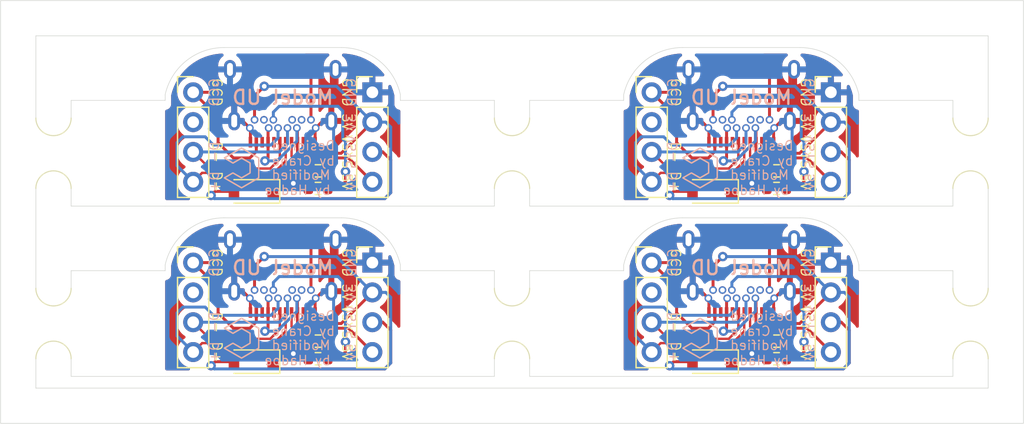
<source format=kicad_pcb>
(kicad_pcb (version 20211014) (generator pcbnew)
  (layers (0 "F.Cu" signal) (31 "B.Cu" signal) (34 "B.Paste" user) (35 "F.Paste" user) (36 "B.SilkS" user "B.Silkscreen") (37 "F.SilkS" user "F.Silkscreen") (38 "B.Mask" user) (39 "F.Mask" user) (44 "Edge.Cuts" user))
  (net 0 "")
  (net 1 "GND")
  (net 2 "3V3")
  (net 3 "VBUS")
  (net 4 "Net-(J1-PadA5)")
  (net 5 "D+")
  (net 6 "D-")
  (net 7 "Net-(J1-PadA8)")
  (net 8 "D3V")
  (net 9 "Net-(J1-PadB5)")
  (net 10 "Net-(J1-PadB8)")
  (net 11 "VSYS")
  (footprint "Model_S:PinHeader_1x04_P2.54mm_Vertical" (layer "F.Cu") (at 57.62 47.06)
    (fp_text reference "J3" hide)
    (fp_text value "Conn_01x04" hide)
  )
  (footprint "Model_S:Shou Han Type-C 24P QCHT" (layer "F.Cu") (at 50 43.25 180)
    (fp_text reference "J1" hide)
    (fp_text value "USB_C_Receptacle")
  )
  (footprint "Model_S:PinHeader_1x04_P2.54mm_Vertical" (layer "F.Cu") (at 42.38 47.06)
    (fp_text reference "J2" hide)
    (fp_text value "Conn_01x04" hide)
  )
  (footprint "Resistor_SMD:R_0603_1608Metric" (layer "F.Cu") (at 53 53.75 180)
    (fp_text reference "R1" hide)
    (fp_text value "5.1k" hide)
  )
  (footprint "Resistor_SMD:R_0603_1608Metric" (layer "F.Cu") (at 53 55.25 180)
    (fp_text reference "RE" hide)
    (fp_text value "5.1k" hide)
  )
  (footprint "Diode_SMD:D_SOD-123" (layer "F.Cu") (at 86.5 55.5 180)
    (fp_text reference "D1" hide)
    (fp_text value "MBR120" hide)
  )
  (footprint "Model_S:PinHeader_1x04_P2.54mm_Vertical" (layer "F.Cu") (at 96.62 61.56)
    (fp_text reference "J3" hide)
    (fp_text value "Conn_01x04" hide)
  )
  (footprint "Panelization:mouse-bite-3mm-slot-1-sided" (layer "F.Cu") (at 108.5 66.75 -90)
    (fp_text reference "mouse-bite-3mm-slot" hide)
    (fp_text value "VAL**" hide)
  )
  (footprint "Model_S:PinHeader_1x04_P2.54mm_Vertical" (layer "F.Cu") (at 81.38 61.56)
    (fp_text reference "J2" hide)
    (fp_text value "Conn_01x04" hide)
  )
  (footprint "MountingHole:MountingHole_3.2mm_M3" (layer "F.Cu") (at 75 52.25)
    (fp_text reference "REF**" hide)
    (fp_text value "MountingHole_3.2mm_M3")
  )
  (footprint "MountingHole:MountingHole_3.2mm_M3" (layer "F.Cu") (at 75 66.75)
    (fp_text reference "REF**" hide)
    (fp_text value "MountingHole_3.2mm_M3")
  )
  (footprint "Model_S:PinHeader_1x04_P2.54mm_Vertical" (layer "F.Cu") (at 42.38 61.56)
    (fp_text reference "J2" hide)
    (fp_text value "Conn_01x04" hide)
  )
  (footprint "Diode_SMD:D_SOD-123" (layer "F.Cu") (at 47.5 70 180)
    (fp_text reference "D1" hide)
    (fp_text value "MBR120" hide)
  )
  (footprint "MountingHole:MountingHole_3.2mm_M3" (layer "F.Cu") (at 103 52.25)
    (fp_text reference "REF**" hide)
    (fp_text value "MountingHole_3.2mm_M3")
  )
  (footprint "Model_S:PinHeader_1x04_P2.54mm_Vertical" (layer "F.Cu") (at 57.62 61.56)
    (fp_text reference "J3" hide)
    (fp_text value "Conn_01x04" hide)
  )
  (footprint "Model_S:Shou Han Type-C 24P QCHT" (layer "F.Cu") (at 50 57.75 180)
    (fp_text reference "J1" hide)
    (fp_text value "USB_C_Receptacle")
  )
  (footprint "MountingHole:MountingHole_3.2mm_M3" (layer "F.Cu") (at 103 66.75)
    (fp_text reference "REF**" hide)
    (fp_text value "MountingHole_3.2mm_M3")
  )
  (footprint "Resistor_SMD:R_0603_1608Metric" (layer "F.Cu") (at 92 55.25 180)
    (fp_text reference "RE" hide)
    (fp_text value "5.1k" hide)
  )
  (footprint "MountingHole:MountingHole_3.2mm_M3" (layer "F.Cu") (at 36 66.75)
    (fp_text reference "REF**" hide)
    (fp_text value "MountingHole_3.2mm_M3")
  )
  (footprint "Resistor_SMD:R_0603_1608Metric" (layer "F.Cu") (at 92 69.75 180)
    (fp_text reference "RE" hide)
    (fp_text value "5.1k" hide)
  )
  (footprint "Resistor_SMD:R_0603_1608Metric" (layer "F.Cu") (at 92 53.75 180)
    (fp_text reference "R1" hide)
    (fp_text value "5.1k" hide)
  )
  (footprint "Model_S:Shou Han Type-C 24P QCHT" (layer "F.Cu") (at 89 57.75 180)
    (fp_text reference "J1" hide)
    (fp_text value "USB_C_Receptacle")
  )
  (footprint "Panelization:mouse-bite-3mm-slot" (layer "F.Cu") (at 69.5 52.25 90)
    (fp_text reference "mouse-bite-3mm-slot" hide)
    (fp_text value "VAL**" hide)
  )
  (footprint "MountingHole:MountingHole_3.2mm_M3" (layer "F.Cu") (at 36 52.25)
    (fp_text reference "REF**" hide)
    (fp_text value "MountingHole_3.2mm_M3")
  )
  (footprint "Model_S:PinHeader_1x04_P2.54mm_Vertical" (layer "F.Cu") (at 96.62 47.06)
    (fp_text reference "J3" hide)
    (fp_text value "Conn_01x04" hide)
  )
  (footprint "Model_S:PinHeader_1x04_P2.54mm_Vertical" (layer "F.Cu") (at 81.38 47.06)
    (fp_text reference "J2" hide)
    (fp_text value "Conn_01x04" hide)
  )
  (footprint "MountingHole:MountingHole_3.2mm_M3" (layer "F.Cu") (at 64 52.25)
    (fp_text reference "REF**" hide)
    (fp_text value "MountingHole_3.2mm_M3")
  )
  (footprint "Panelization:mouse-bite-3mm-slot-1-sided" (layer "F.Cu") (at 108.5 52.25 -90)
    (fp_text reference "mouse-bite-3mm-slot" hide)
    (fp_text value "VAL**" hide)
  )
  (footprint "Resistor_SMD:R_0603_1608Metric" (layer "F.Cu") (at 92 68.25 180)
    (fp_text reference "R1" hide)
    (fp_text value "5.1k" hide)
  )
  (footprint "Resistor_SMD:R_0603_1608Metric" (layer "F.Cu") (at 53 69.75 180)
    (fp_text reference "RE" hide)
    (fp_text value "5.1k" hide)
  )
  (footprint "Panelization:mouse-bite-3mm-slot-1-sided" (layer "F.Cu") (at 30.5 66.75 90)
    (fp_text reference "mouse-bite-3mm-slot" hide)
    (fp_text value "VAL**" hide)
  )
  (footprint "Panelization:mouse-bite-3mm-slot-1-sided" (layer "F.Cu") (at 30.5 52.25 90)
    (fp_text reference "mouse-bite-3mm-slot" hide)
    (fp_text value "VAL**" hide)
  )
  (footprint "Diode_SMD:D_SOD-123" (layer "F.Cu") (at 86.5 70 180)
    (fp_text reference "D1" hide)
    (fp_text value "MBR120" hide)
  )
  (footprint "Resistor_SMD:R_0603_1608Metric" (layer "F.Cu") (at 53 68.25 180)
    (fp_text reference "R1" hide)
    (fp_text value "5.1k" hide)
  )
  (footprint "Diode_SMD:D_SOD-123" (layer "F.Cu") (at 47.5 55.5 180)
    (fp_text reference "D1" hide)
    (fp_text value "MBR120" hide)
  )
  (footprint "Model_S:Shou Han Type-C 24P QCHT" (layer "F.Cu") (at 89 43.25 180)
    (fp_text reference "J1" hide)
    (fp_text value "USB_C_Receptacle")
  )
  (footprint "MountingHole:MountingHole_3.2mm_M3" (layer "F.Cu") (at 64 66.75)
    (fp_text reference "REF**" hide)
    (fp_text value "MountingHole_3.2mm_M3")
  )
  (footprint "Panelization:mouse-bite-3mm-slot" (layer "F.Cu") (at 69.5 66.75 90)
    (fp_text reference "mouse-bite-3mm-slot" hide)
    (fp_text value "VAL**" hide)
  )
  (footprint "HTangl:Crane_C" (layer "B.Cu") (at 85.5 68 180)
    (fp_text reference "G***" hide)
    (fp_text value "LOGO" hide)
  )
  (footprint "HTangl:Crane_C" (layer "B.Cu") (at 46.5 68 180)
    (fp_text reference "G***" hide)
    (fp_text value "LOGO" hide)
  )
  (footprint "HTangl:Crane_C" (layer "B.Cu") (at 46.5 53.5 180)
    (fp_text reference "G***" hide)
    (fp_text value "LOGO" hide)
  )
  (footprint "HTangl:Crane_C" (layer "B.Cu") (at 85.5 53.5 180)
    (fp_text reference "G***" hide)
    (fp_text value "LOGO" hide)
  )
  (gr_line (start 79 47.25) (end 79 47.75) (layer "Edge.Cuts") (width 0.05))
  (gr_line (start 99 71.25) (end 107 71.25) (layer "Edge.Cuts") (width 0.05))
  (gr_line (start 71 47.75) (end 71 49.25) (layer "Edge.Cuts") (width 0.05))
  (gr_arc (start 110 63.75) (mid 108.5 65.25) (end 107 63.75) (layer "Edge.Cuts") (width 0.05))
  (gr_line (start 110 72.25) (end 29 72.25) (layer "Edge.Cuts") (width 0.05))
  (gr_line (start 99 47.25) (end 99 47.75) (layer "Edge.Cuts") (width 0.05))
  (gr_line (start 110 69.75) (end 110 72.25) (layer "Edge.Cuts") (width 0.05))
  (gr_line (start 79 61.75) (end 79 62.25) (layer "Edge.Cuts") (width 0.05))
  (gr_arc (start 107 55.25) (mid 108.5 53.75) (end 110 55.25) (layer "Edge.Cuts") (width 0.05))
  (gr_line (start 71 56.75) (end 79 56.75) (layer "Edge.Cuts") (width 0.05))
  (gr_line (start 32 56.75) (end 32 55.25) (layer "Edge.Cuts") (width 0.05))
  (gr_line (start 107 71.25) (end 107 69.75) (layer "Edge.Cuts") (width 0.05))
  (gr_line (start 68 71.25) (end 60 71.25) (layer "Edge.Cuts") (width 0.05))
  (gr_line (start 99 61.75) (end 99 62.25) (layer "Edge.Cuts") (width 0.05))
  (gr_line (start 84 43.25) (end 94 43.25) (layer "Edge.Cuts") (width 0.05))
  (gr_line (start 68 56.75) (end 68 55.25) (layer "Edge.Cuts") (width 0.05))
  (gr_line (start 71 62.25) (end 71 63.75) (layer "Edge.Cuts") (width 0.05))
  (gr_line (start 71 71.25) (end 71 69.75) (layer "Edge.Cuts") (width 0.05))
  (gr_arc (start 40 47.25) (mid 41.79863 44.373288) (end 45 43.25) (layer "Edge.Cuts") (width 0.05))
  (gr_line (start 71 56.75) (end 71 55.25) (layer "Edge.Cuts") (width 0.05))
  (gr_arc (start 32 63.75) (mid 30.5 65.25) (end 29 63.75) (layer "Edge.Cuts") (width 0.05))
  (gr_rect (start 26 39.25) (end 113 75.25) (layer "Edge.Cuts") (width 0.05) (fill none))
  (gr_arc (start 71 49.25) (mid 69.5 50.75) (end 68 49.25) (layer "Edge.Cuts") (width 0.05))
  (gr_line (start 32 62.25) (end 32 63.75) (layer "Edge.Cuts") (width 0.05))
  (gr_line (start 29 49.25) (end 29 42.25) (layer "Edge.Cuts") (width 0.05))
  (gr_arc (start 40 61.75) (mid 41.79863 58.873288) (end 45 57.75) (layer "Edge.Cuts") (width 0.05))
  (gr_line (start 45 57.75) (end 55 57.75) (layer "Edge.Cuts") (width 0.05))
  (gr_arc (start 55 57.75) (mid 58.201369 58.873288) (end 60 61.75) (layer "Edge.Cuts") (width 0.05))
  (gr_line (start 99 47.75) (end 107 47.75) (layer "Edge.Cuts") (width 0.05))
  (gr_line (start 32 47.75) (end 40 47.75) (layer "Edge.Cuts") (width 0.05))
  (gr_line (start 32 47.75) (end 32 49.25) (layer "Edge.Cuts") (width 0.05))
  (gr_line (start 79 71.25) (end 99 71.25) (layer "Edge.Cuts") (width 0.05))
  (gr_line (start 40 71.25) (end 60 71.25) (layer "Edge.Cuts") (width 0.05))
  (gr_arc (start 79 61.75) (mid 80.79863 58.873288) (end 84 57.75) (layer "Edge.Cuts") (width 0.05))
  (gr_line (start 71 47.75) (end 79 47.75) (layer "Edge.Cuts") (width 0.05))
  (gr_arc (start 68 69.75) (mid 69.5 68.25) (end 71 69.75) (layer "Edge.Cuts") (width 0.05))
  (gr_line (start 71 62.25) (end 79 62.25) (layer "Edge.Cuts") (width 0.05))
  (gr_line (start 60 47.75) (end 68 47.75) (layer "Edge.Cuts") (width 0.05))
  (gr_arc (start 29 55.25) (mid 30.5 53.75) (end 32 55.25) (layer "Edge.Cuts") (width 0.05))
  (gr_line (start 110 42.25) (end 110 49.25) (layer "Edge.Cuts") (width 0.05))
  (gr_line (start 45 43.25) (end 55 43.25) (layer "Edge.Cuts") (width 0.05))
  (gr_line (start 68 56.75) (end 60 56.75) (layer "Edge.Cuts") (width 0.05))
  (gr_line (start 29 72.25) (end 29 69.75) (layer "Edge.Cuts") (width 0.05))
  (gr_arc (start 68 55.25) (mid 69.5 53.75) (end 71 55.25) (layer "Edge.Cuts") (width 0.05))
  (gr_line (start 60 61.75) (end 60 62.25) (layer "Edge.Cuts") (width 0.05))
  (gr_line (start 84 57.75) (end 94 57.75) (layer "Edge.Cuts") (width 0.05))
  (gr_arc (start 71 63.75) (mid 69.5 65.25) (end 68 63.75) (layer "Edge.Cuts") (width 0.05))
  (gr_line (start 40 61.75) (end 40 62.25) (layer "Edge.Cuts") (width 0.05))
  (gr_arc (start 32 49.25) (mid 30.5 50.75) (end 29 49.25) (layer "Edge.Cuts") (width 0.05))
  (gr_line (start 99 56.75) (end 107 56.75) (layer "Edge.Cuts") (width 0.05))
  (gr_line (start 79 56.75) (end 99 56.75) (layer "Edge.Cuts") (width 0.05))
  (gr_line (start 40 47.25) (end 40 47.75) (layer "Edge.Cuts") (width 0.05))
  (gr_line (start 68 47.75) (end 68 49.25) (layer "Edge.Cuts") (width 0.05))
  (gr_line (start 60 62.25) (end 68 62.25) (layer "Edge.Cuts") (width 0.05))
  (gr_line (start 68 71.25) (end 68 69.75) (layer "Edge.Cuts") (width 0.05))
  (gr_line (start 32 71.25) (end 40 71.25) (layer "Edge.Cuts") (width 0.05))
  (gr_line (start 107 56.75) (end 107 55.25) (layer "Edge.Cuts") (width 0.05))
  (gr_line (start 32 56.75) (end 40 56.75) (layer "Edge.Cuts") (width 0.05))
  (gr_line (start 29 42.25) (end 110 42.25) (layer "Edge.Cuts") (width 0.05))
  (gr_line (start 107 47.75) (end 107 49.25) (layer "Edge.Cuts") (width 0.05))
  (gr_line (start 99 62.25) (end 107 62.25) (layer "Edge.Cuts") (width 0.05))
  (gr_line (start 107 62.25) (end 107 63.75) (layer "Edge.Cuts") (width 0.05))
  (gr_line (start 32 62.25) (end 40 62.25) (layer "Edge.Cuts") (width 0.05))
  (gr_line (start 32 71.25) (end 32 69.75) (layer "Edge.Cuts") (width 0.05))
  (gr_arc (start 107 69.75) (mid 108.5 68.25) (end 110 69.75) (layer "Edge.Cuts") (width 0.05))
  (gr_arc (start 94 57.75) (mid 97.201369 58.873288) (end 99 61.75) (layer "Edge.Cuts") (width 0.05))
  (gr_arc (start 55 43.25) (mid 58.201369 44.373288) (end 60 47.25) (layer "Edge.Cuts") (width 0.05))
  (gr_line (start 40 56.75) (end 60 56.75) (layer "Edge.Cuts") (width 0.05))
  (gr_line (start 29 63.75) (end 29 55.25) (layer "Edge.Cuts") (width 0.05))
  (gr_line (start 110 55.25) (end 110 63.75) (layer "Edge.Cuts") (width 0.05))
  (gr_arc (start 94 43.25) (mid 97.201369 44.373288) (end 99 47.25) (layer "Edge.Cuts") (width 0.05))
  (gr_arc (start 79 47.25) (mid 80.79863 44.373288) (end 84 43.25) (layer "Edge.Cuts") (width 0.05))
  (gr_line (start 68 62.25) (end 68 63.75) (layer "Edge.Cuts") (width 0.05))
  (gr_line (start 71 71.25) (end 79 71.25) (layer "Edge.Cuts") (width 0.05))
  (gr_arc (start 29 69.75) (mid 30.5 68.25) (end 32 69.75) (layer "Edge.Cuts") (width 0.05))
  (gr_arc (start 110 49.25) (mid 108.5 50.75) (end 107 49.25) (layer "Edge.Cuts") (width 0.05))
  (gr_line (start 60 47.25) (end 60 47.75) (layer "Edge.Cuts") (width 0.05))
  (gr_text "D-" (at 83.158 66.64 90) (layer "B.SilkS") (effects (font (size 0.8 0.8) (thickness 0.1)) (justify mirror)))
  (gr_text "Model UD" (at 50 47.5) (layer "B.SilkS") (effects (font (size 1.2 1.2) (thickness 0.2)) (justify mirror)))
  (gr_text "D+" (at 83.158 69.18 -270) (layer "B.SilkS") (effects (font (size 0.8 0.8) (thickness 0.1)) (justify mirror)))
  (gr_text "D-" (at 44.158 52.14 90) (layer "B.SilkS") (effects (font (size 0.8 0.8) (thickness 0.1)) (justify mirror)))
  (gr_text "GCD\n" (at 83.158 47.06 90) (layer "B.SilkS") (effects (font (size 0.8 0.8) (thickness 0.1)) (justify mirror)))
  (gr_text "Designed\nby Crane" (at 90.75 52.25) (layer "B.SilkS") (effects (font (size 0.8 0.8) (thickness 0.1)) (justify mirror)))
  (gr_text "Modified \nby Hadoe" (at 90.25 54.75) (layer "B.SilkS") (effects (font (size 0.8 0.8) (thickness 0.1)) (justify mirror)))
  (gr_text "Modified \nby Hadoe" (at 90.25 69.25) (layer "B.SilkS") (effects (font (size 0.8 0.8) (thickness 0.1)) (justify mirror)))
  (gr_text "3V" (at 55.842 64.1 90) (layer "B.SilkS") (effects (font (size 0.8 0.8) (thickness 0.1)) (justify mirror)))
  (gr_text "D+" (at 83.158 54.68 -270) (layer "B.SilkS") (effects (font (size 0.8 0.8) (thickness 0.1)) (justify mirror)))
  (gr_text "3V" (at 55.842 49.6 90) (layer "B.SilkS") (effects (font (size 0.8 0.8) (thickness 0.1)) (justify mirror)))
  (gr_text "GCD\n" (at 44.158 47.06 90) (layer "B.SilkS") (effects (font (size 0.8 0.8) (thickness 0.1)) (justify mirror)))
  (gr_text "D+" (at 44.158 69.18 -270) (layer "B.SilkS") (effects (font (size 0.8 0.8) (thickness 0.1)) (justify mirror)))
  (gr_text "GCD\n" (at 83.158 61.56 90) (layer "B.SilkS") (effects (font (size 0.8 0.8) (thickness 0.1)) (justify mirror)))
  (gr_text "3V" (at 94.842 64.1 90) (layer "B.SilkS") (effects (font (size 0.8 0.8) (thickness 0.1)) (justify mirror)))
  (gr_text "Model UD" (at 50 62) (layer "B.SilkS") (effects (font (size 1.2 1.2) (thickness 0.2)) (justify mirror)))
  (gr_text "5V\n" (at 94.842 69.18 90) (layer "B.SilkS") (effects (font (size 0.8 0.8) (thickness 0.1)) (justify mirror)))
  (gr_text "GND" (at 55.842 47.06 90) (layer "B.SilkS") (effects (font (size 0.8 0.8) (thickness 0.1)) (justify mirror)))
  (gr_text "D-" (at 44.158 66.64 90) (layer "B.SilkS") (effects (font (size 0.8 0.8) (thickness 0.1)) (justify mirror)))
  (gr_text "Designed\nby Crane" (at 51.75 66.75) (layer "B.SilkS") (effects (font (size 0.8 0.8) (thickness 0.1)) (justify mirror)))
  (gr_text "GCD\n" (at 44.158 61.56 90) (layer "B.SilkS") (effects (font (size 0.8 0.8) (thickness 0.1)) (justify mirror)))
  (gr_text "D-" (at 83.158 52.14 90) (layer "B.SilkS") (effects (font (size 0.8 0.8) (thickness 0.1)) (justify mirror)))
  (gr_text "Model UD" (at 89 47.5) (layer "B.SilkS") (effects (font (size 1.2 1.2) (thickness 0.2)) (justify mirror)))
  (gr_text "VSYS\n" (at 55.842 66.64 90) (layer "B.SilkS") (effects (font (size 0.8 0.8) (thickness 0.1)) (justify mirror)))
  (gr_text "VSYS\n" (at 55.842 52.14 90) (layer "B.SilkS") (effects (font (size 0.8 0.8) (thickness 0.1)) (justify mirror)))
  (gr_text "5V\n" (at 55.842 69.18 90) (layer "B.SilkS") (effects (font (size 0.8 0.8) (thickness 0.1)) (justify mirror)))
  (gr_text "3V" (at 94.842 49.6 90) (layer "B.SilkS") (effects (font (size 0.8 0.8) (thickness 0.1)) (justify mirror)))
  (gr_text "Modified \nby Hadoe" (at 51.25 69.25) (layer "B.SilkS") (effects (font (size 0.8 0.8) (thickness 0.1)) (justify mirror)))
  (gr_text "Model UD" (at 89 62) (layer "B.SilkS") (effects (font (size 1.2 1.2) (thickness 0.2)) (justify mirror)))
  (gr_text "VSYS\n" (at 94.842 52.14 90) (layer "B.SilkS") (effects (font (size 0.8 0.8) (thickness 0.1)) (justify mirror)))
  (gr_text "GND" (at 94.842 47.06 90) (layer "B.SilkS") (effects (font (size 0.8 0.8) (thickness 0.1)) (justify mirror)))
  (gr_text "VSYS\n" (at 94.842 66.64 90) (layer "B.SilkS") (effects (font (size 0.8 0.8) (thickness 0.1)) (justify mirror)))
  (gr_text "5V\n" (at 94.842 54.68 90) (layer "B.SilkS") (effects (font (size 0.8 0.8) (thickness 0.1)) (justify mirror)))
  (gr_text "D+" (at 44.158 54.68 -270) (layer "B.SilkS") (effects (font (size 0.8 0.8) (thickness 0.1)) (justify mirror)))
  (gr_text "GND" (at 55.842 61.56 90) (layer "B.SilkS") (effects (font (size 0.8 0.8) (thickness 0.1)) (justify mirror)))
  (gr_text "5V\n" (at 55.842 54.68 90) (layer "B.SilkS") (effects (font (size 0.8 0.8) (thickness 0.1)) (justify mirror)))
  (gr_text "Designed\nby Crane" (at 51.75 52.25) (layer "B.SilkS") (effects (font (size 0.8 0.8) (thickness 0.1)) (justify mirror)))
  (gr_text "Modified \nby Hadoe" (at 51.25 54.75) (layer "B.SilkS") (effects (font (size 0.8 0.8) (thickness 0.1)) (justify mirror)))
  (gr_text "Designed\nby Crane" (at 90.75 66.75) (layer "B.SilkS") (effects (font (size 0.8 0.8) (thickness 0.1)) (justify mirror)))
  (gr_text "GND" (at 94.842 61.56 90) (layer "B.SilkS") (effects (font (size 0.8 0.8) (thickness 0.1)) (justify mirror)))
  (gr_text "VSYS\n" (at 55.461 52.14 -90) (layer "F.SilkS") (effects (font (size 0.8 0.8) (thickness 0.1))))
  (gr_text "D+" (at 44.412 54.68 270) (layer "F.SilkS") (effects (font (size 0.8 0.8) (thickness 0.1))))
  (gr_text "GND" (at 55.461 47.06 -90) (layer "F.SilkS") (effects (font (size 0.8 0.8) (thickness 0.1))))
  (gr_text "GCD" (at 44.412 47.06 270) (layer "F.SilkS") (effects (font (size 0.8 0.8) (thickness 0.1))))
  (gr_text "5V\n" (at 55.461 54.68 -90) (layer "F.SilkS") (effects (font (size 0.8 0.8) (thickness 0.1))))
  (gr_text "D-" (at 44.412 52.17 270) (layer "F.SilkS") (effects (font (size 0.8 0.8) (thickness 0.1))))
  (gr_text "3V" (at 55.461 49.6 -90) (layer "F.SilkS") (effects (font (size 0.8 0.8) (thickness 0.1))))
  (gr_text "VSYS\n" (at 55.461 66.64 -90) (layer "F.SilkS") (effects (font (size 0.8 0.8) (thickness 0.1))))
  (gr_text "D-" (at 83.412 52.17 270) (layer "F.SilkS") (effects (font (size 0.8 0.8) (thickness 0.1))))
  (gr_text "VSYS\n" (at 94.461 52.14 -90) (layer "F.SilkS") (effects (font (size 0.8 0.8) (thickness 0.1))))
  (gr_text "VSYS\n" (at 94.461 66.64 -90) (layer "F.SilkS") (effects (font (size 0.8 0.8) (thickness 0.1))))
  (gr_text "5V\n" (at 55.461 69.18 -90) (layer "F.SilkS") (effects (font (size 0.8 0.8) (thickness 0.1))))
  (gr_text "GCD" (at 83.412 47.06 270) (layer "F.SilkS") (effects (font (size 0.8 0.8) (thickness 0.1))))
  (gr_text "5V\n" (at 94.461 54.68 -90) (layer "F.SilkS") (effects (font (size 0.8 0.8) (thickness 0.1))))
  (gr_text "3V" (at 94.461 49.6 -90) (layer "F.SilkS") (effects (font (size 0.8 0.8) (thickness 0.1))))
  (gr_text "GCD" (at 83.412 61.56 270) (layer "F.SilkS") (effects (font (size 0.8 0.8) (thickness 0.1))))
  (gr_text "GCD" (at 44.412 61.56 270) (layer "F.SilkS") (effects (font (size 0.8 0.8) (thickness 0.1))))
  (gr_text "3V" (at 94.461 64.1 -90) (layer "F.SilkS") (effects (font (size 0.8 0.8) (thickness 0.1))))
  (gr_text "GND" (at 94.461 47.06 -90) (layer "F.SilkS") (effects (font (size 0.8 0.8) (thickness 0.1))))
  (gr_text "GND" (at 55.461 61.56 -90) (layer "F.SilkS") (effects (font (size 0.8 0.8) (thickness 0.1))))
  (gr_text "D+" (at 44.412 69.18 270) (layer "F.SilkS") (effects (font (size 0.8 0.8) (thickness 0.1))))
  (gr_text "GND" (at 94.461 61.56 -90) (layer "F.SilkS") (effects (font (size 0.8 0.8) (thickness 0.1))))
  (gr_text "D+" (at 83.412 69.18 270) (layer "F.SilkS") (effects (font (size 0.8 0.8) (thickness 0.1))))
  (gr_text "5V\n" (at 94.461 69.18 -90) (layer "F.SilkS") (effects (font (size 0.8 0.8) (thickness 0.1))))
  (gr_text "D-" (at 83.412 66.67 270) (layer "F.SilkS") (effects (font (size 0.8 0.8) (thickness 0.1))))
  (gr_text "3V" (at 55.461 64.1 -90) (layer "F.SilkS") (effects (font (size 0.8 0.8) (thickness 0.1))))
  (gr_text "D-" (at 44.412 66.67 270) (layer "F.SilkS") (effects (font (size 0.8 0.8) (thickness 0.1))))
  (gr_text "D+" (at 83.412 54.68 270) (layer "F.SilkS") (effects (font (size 0.8 0.8) (thickness 0.1))))
  (segment (start 91.75 51.31) (end 91.75 50.15) (width 0.25) (layer "F.Cu") (net 1))
  (segment (start 93.13 45.47) (end 93.49 45.11) (width 0.25) (layer "F.Cu") (net 1))
  (segment (start 54.13 64) (end 54.13 59.97) (width 0.25) (layer "F.Cu") (net 1))
  (segment (start 54.13 49.5) (end 53.4 49.5) (width 0.25) (layer "F.Cu") (net 1))
  (segment (start 93.13 49.5) (end 92.4 49.5) (width 0.25) (layer "F.Cu") (net 1))
  (segment (start 54.13 45.47) (end 54.49 45.11) (width 0.25) (layer "F.Cu") (net 1))
  (segment (start 46.6 64) (end 47.2 64.6) (width 0.25) (layer "F.Cu") (net 1))
  (segment (start 51.336 69.75) (end 50.9 69.314) (width 0.25) (layer "F.Cu") (net 1))
  (segment (start 91.75 50.15) (end 91.8 50.1) (width 0.25) (layer "F.Cu") (net 1))
  (segment (start 91.75 64.65) (end 91.8 64.6) (width 0.25) (layer "F.Cu") (net 1))
  (segment (start 54.13 49.5) (end 54.13 45.47) (width 0.25) (layer "F.Cu") (net 1))
  (segment (start 51.336 55.25) (end 50.9 54.814) (width 0.25) (layer "F.Cu") (net 1))
  (segment (start 46.6 49.5) (end 47.2 50.1) (width 0.25) (layer "F.Cu") (net 1))
  (segment (start 47.25 64.65) (end 47.2 64.6) (width 0.25) (layer "F.Cu") (net 1))
  (segment (start 92.4 49.5) (end 91.8 50.1) (width 0.25) (layer "F.Cu") (net 1))
  (segment (start 93.13 64) (end 93.13 59.97) (width 0.25) (layer "F.Cu") (net 1))
  (segment (start 52.175 69.75) (end 51.336 69.75) (width 0.25) (layer "F.Cu") (net 1))
  (segment (start 52.175 55.25) (end 51.336 55.25) (width 0.25) (layer "F.Cu") (net 1))
  (segment (start 93.13 64) (end 92.4 64) (width 0.25) (layer "F.Cu") (net 1))
  (segment (start 52.325 55.25) (end 53.825 53.75) (width 0.25) (layer "F.Cu") (net 1))
  (segment (start 84.87 64) (end 85.6 64) (width 0.25) (layer "F.Cu") (net 1))
  (segment (start 53.4 64) (end 52.8 64.6) (width 0.25) (layer "F.Cu") (net 1))
  (segment (start 90.336 69.75) (end 89.9 69.314) (width 0.25) (layer "F.Cu") (net 1))
  (segment (start 92.4 64) (end 91.8 64.6) (width 0.25) (layer "F.Cu") (net 1))
  (segment (start 52.175 55.25) (end 52.325 55.25) (width 0.25) (layer "F.Cu") (net 1))
  (segment (start 47.25 51.31) (end 47.25 50.15) (width 0.25) (layer "F.Cu") (net 1))
  (segment (start 47.25 50.15) (end 47.2 50.1) (width 0.25) (layer "F.Cu") (net 1))
  (segment (start 54.13 64) (end 53.4 64) (width 0.25) (layer "F.Cu") (net 1))
  (segment (start 93.13 59.97) (end 93.49 59.61) (width 0.25) (layer "F.Cu") (net 1))
  (segment (start 86.25 51.31) (end 86.25 50.15) (width 0.25) (layer "F.Cu") (net 1))
  (segment (start 53.4 49.5) (end 52.8 50.1) (width 0.25) (layer "F.Cu") (net 1))
  (segment (start 52.75 50.15) (end 52.8 50.1) (width 0.25) (layer "F.Cu") (net 1))
  (segment (start 45.87 64) (end 46.6 64) (width 0.25) (layer "F.Cu") (net 1))
  (segment (start 93.13 49.5) (end 93.13 45.47) (width 0.25) (layer "F.Cu") (net 1))
  (segment (start 85.6 64) (end 86.2 64.6) (width 0.25) (layer "F.Cu") (net 1))
  (segment (start 86.25 64.65) (end 86.2 64.6) (width 0.25) (layer "F.Cu") (net 1))
  (segment (start 52.75 51.31) (end 52.75 50.15) (width 0.25) (layer "F.Cu") (net 1))
  (segment (start 52.325 69.75) (end 53.825 68.25) (width 0.25) (layer "F.Cu") (net 1))
  (segment (start 91.175 55.25) (end 91.325 55.25) (width 0.25) (layer "F.Cu") (net 1))
  (segment (start 90.336 55.25) (end 89.9 54.814) (width 0.25) (layer "F.Cu") (net 1))
  (segment (start 91.325 69.75) (end 92.825 68.25) (width 0.25) (layer "F.Cu") (net 1))
  (segment (start 91.175 69.75) (end 90.336 69.75) (width 0.25) (layer "F.Cu") (net 1))
  (segment (start 52.175 69.75) (end 52.325 69.75) (width 0.25) (layer "F.Cu") (net 1))
  (segment (start 91.325 55.25) (end 92.825 53.75) (width 0.25) (layer "F.Cu") (net 1))
  (segment (start 45.87 49.5) (end 46.6 49.5) (width 0.25) (layer "F.Cu") (net 1))
  (segment (start 86.25 65.81) (end 86.25 64.65) (width 0.25) (layer "F.Cu") (net 1))
  (segment (start 91.175 69.75) (end 91.325 69.75) (width 0.25) (layer "F.Cu") (net 1))
  (segment (start 85.6 49.5) (end 86.2 50.1) (width 0.25) (layer "F.Cu") (net 1))
  (segment (start 91.175 55.25) (end 90.336 55.25) (width 0.25) (layer "F.Cu") (net 1))
  (segment (start 52.75 64.65) (end 52.8 64.6) (width 0.25) (layer "F.Cu") (net 1))
  (segment (start 54.13 59.97) (end 54.49 59.61) (width 0.25) (layer "F.Cu") (net 1))
  (segment (start 47.25 65.81) (end 47.25 64.65) (width 0.25) (layer "F.Cu") (net 1))
  (segment (start 84.87 49.5) (end 85.6 49.5) (width 0.25) (layer "F.Cu") (net 1))
  (segment (start 91.75 65.81) (end 91.75 64.65) (width 0.25) (layer "F.Cu") (net 1))
  (segment (start 52.75 65.81) (end 52.75 64.65) (width 0.25) (layer "F.Cu") (net 1))
  (segment (start 86.25 50.15) (end 86.2 50.1) (width 0.25) (layer "F.Cu") (net 1))
  (via (at 89.9 54.814) (size 0.8) (drill 0.4) (layers "F.Cu" "B.Cu") (net 1))
  (via (at 50.9 69.314) (size 0.8) (drill 0.4) (layers "F.Cu" "B.Cu") (net 1))
  (via (at 89.9 69.314) (size 0.8) (drill 0.4) (layers "F.Cu" "B.Cu") (net 1))
  (via (at 50.9 54.814) (size 0.8) (drill 0.4) (layers "F.Cu" "B.Cu") (net 1))
  (segment (start 84.87 46.82) (end 84.87 49.5) (width 0.25) (layer "B.Cu") (net 1))
  (segment (start 54.324521 64.194521) (end 54.13 64) (width 0.25) (layer "B.Cu") (net 1))
  (segment (start 54.324521 53.149479) (end 54.324521 49.694521) (width 0.25) (layer "B.Cu") (net 1))
  (segment (start 89.9 69.314) (end 91.66 69.314) (width 0.25) (layer "B.Cu") (net 1))
  (segment (start 84.51 46.46) (end 84.87 46.82) (width 0.25) (layer "B.Cu") (net 1))
  (segment (start 93.324521 53.149479) (end 93.324521 49.694521) (width 0.25) (layer "B.Cu") (net 1))
  (segment (start 54.324521 49.694521) (end 54.13 49.5) (width 0.25) (layer "B.Cu") (net 1))
  (segment (start 84.87 61.32) (end 84.87 64) (width 0.25) (layer "B.Cu") (net 1))
  (segment (start 84.51 45.11) (end 84.51 46.46) (width 0.25) (layer "B.Cu") (net 1))
  (segment (start 45.87 61.32) (end 45.87 64) (width 0.25) (layer "B.Cu") (net 1))
  (segment (start 93.324521 64.194521) (end 93.13 64) (width 0.25) (layer "B.Cu") (net 1))
  (segment (start 45.51 59.61) (end 45.51 60.96) (width 0.25) (layer "B.Cu") (net 1))
  (segment (start 89.9 54.814) (end 91.66 54.814) (width 0.25) (layer "B.Cu") (net 1))
  (segment (start 50.9 69.314) (end 52.66 69.314) (width 0.25) (layer "B.Cu") (net 1))
  (segment (start 45.51 46.46) (end 45.87 46.82) (width 0.25) (layer "B.Cu") (net 1))
  (segment (start 45.87 46.82) (end 45.87 49.5) (width 0.25) (layer "B.Cu") (net 1))
  (segment (start 50.9 54.814) (end 52.66 54.814) (width 0.25) (layer "B.Cu") (net 1))
  (segment (start 52.66 54.814) (end 54.324521 53.149479) (width 0.25) (layer "B.Cu") (net 1))
  (segment (start 93.324521 67.649479) (end 93.324521 64.194521) (width 0.25) (layer "B.Cu") (net 1))
  (segment (start 91.66 54.814) (end 93.324521 53.149479) (width 0.25) (layer "B.Cu") (net 1))
  (segment (start 84.51 60.96) (end 84.87 61.32) (width 0.25) (layer "B.Cu") (net 1))
  (segment (start 45.51 45.11) (end 45.51 46.46) (width 0.25) (layer "B.Cu") (net 1))
  (segment (start 84.51 59.61) (end 84.51 60.96) (width 0.25) (layer "B.Cu") (net 1))
  (segment (start 54.324521 67.649479) (end 54.324521 64.194521) (width 0.25) (layer "B.Cu") (net 1))
  (segment (start 91.66 69.314) (end 93.324521 67.649479) (width 0.25) (layer "B.Cu") (net 1))
  (segment (start 45.51 60.96) (end 45.87 61.32) (width 0.25) (layer "B.Cu") (net 1))
  (segment (start 52.66 69.314) (end 54.324521 67.649479) (width 0.25) (layer "B.Cu") (net 1))
  (segment (start 93.324521 49.694521) (end 93.13 49.5) (width 0.25) (layer "B.Cu") (net 1))
  (segment (start 57.62 49.6) (end 54.97 52.25) (width 0.25) (layer "F.Cu") (net 2))
  (segment (start 96.62 64.1) (end 93.97 66.75) (width 0.25) (layer "F.Cu") (net 2))
  (segment (start 91.25 52) (end 91.25 51.31) (width 0.25) (layer "F.Cu") (net 2))
  (segment (start 44.246 70) (end 43.904 70.342) (width 0.25) (layer "F.Cu") (net 2))
  (segment (start 52.25 66.5) (end 52.25 65.81) (width 0.25) (layer "F.Cu") (net 2))
  (segment (start 96.62 49.6) (end 93.97 52.25) (width 0.25) (layer "F.Cu") (net 2))
  (segment (start 91.25 66.5) (end 91.25 65.81) (width 0.25) (layer "F.Cu") (net 2))
  (segment (start 47.6 63.9) (end 47.6 61.875782) (width 0.25) (layer "F.Cu") (net 2))
  (segment (start 44.246 55.5) (end 43.904 55.842) (width 0.25) (layer "F.Cu") (net 2))
  (segment (start 54.97 52.25) (end 52.5 52.25) (width 0.25) (layer "F.Cu") (net 2))
  (segment (start 86.6 63.9) (end 86.6 61.875782) (width 0.25) (layer "F.Cu") (net 2))
  (segment (start 45.85 55.5) (end 44.246 55.5) (width 0.25) (layer "F.Cu") (net 2))
  (segment (start 47.6 61.875782) (end 48.425782 61.05) (width 0.25) (layer "F.Cu") (net 2))
  (segment (start 83.246 55.5) (end 82.904 55.842) (width 0.25) (layer "F.Cu") (net 2))
  (segment (start 86.6 61.875782) (end 87.425782 61.05) (width 0.25) (layer "F.Cu") (net 2))
  (segment (start 52.25 52) (end 52.25 51.31) (width 0.25) (layer "F.Cu") (net 2))
  (segment (start 84.85 70) (end 83.246 70) (width 0.25) (layer "F.Cu") (net 2))
  (segment (start 45.85 70) (end 44.246 70) (width 0.25) (layer "F.Cu") (net 2))
  (segment (start 91.5 66.75) (end 91.25 66.5) (width 0.25) (layer "F.Cu") (net 2))
  (segment (start 93.97 66.75) (end 91.5 66.75) (width 0.25) (layer "F.Cu") (net 2))
  (segment (start 52.5 66.75) (end 52.25 66.5) (width 0.25) (layer "F.Cu") (net 2))
  (segment (start 84.85 55.5) (end 83.246 55.5) (width 0.25) (layer "F.Cu") (net 2))
  (segment (start 47.6 49.4) (end 47.6 47.375782) (width 0.25) (layer "F.Cu") (net 2))
  (segment (start 57.62 64.1) (end 54.97 66.75) (width 0.25) (layer "F.Cu") (net 2))
  (segment (start 93.97 52.25) (end 91.5 52.25) (width 0.25) (layer "F.Cu") (net 2))
  (segment (start 86.6 47.375782) (end 87.425782 46.55) (width 0.25) (layer "F.Cu") (net 2))
  (segment (start 83.246 70) (end 82.904 70.342) (width 0.25) (layer "F.Cu") (net 2))
  (segment (start 52.5 52.25) (end 52.25 52) (width 0.25) (layer "F.Cu") (net 2))
  (segment (start 86.6 49.4) (end 86.6 47.375782) (width 0.25) (layer "F.Cu") (net 2))
  (segment (start 47.6 47.375782) (end 48.425782 46.55) (width 0.25) (layer "F.Cu") (net 2))
  (segment (start 91.5 52.25) (end 91.25 52) (width 0.25) (layer "F.Cu") (net 2))
  (segment (start 54.97 66.75) (end 52.5 66.75) (width 0.25) (layer "F.Cu") (net 2))
  (via (at 43.904 70.342) (size 0.8) (drill 0.4) (layers "F.Cu" "B.Cu") (net 2))
  (via (at 48.425782 46.55) (size 0.8) (drill 0.4) (layers "F.Cu" "B.Cu") (net 2))
  (via (at 82.904 70.342) (size 0.8) (drill 0.4) (layers "F.Cu" "B.Cu") (net 2))
  (via (at 82.904 55.842) (size 0.8) (drill 0.4) (layers "F.Cu" "B.Cu") (net 2))
  (via (at 87.425782 46.55) (size 0.8) (drill 0.4) (layers "F.Cu" "B.Cu") (net 2))
  (via (at 48.425782 61.05) (size 0.8) (drill 0.4) (layers "F.Cu" "B.Cu") (net 2))
  (via (at 43.904 55.842) (size 0.8) (drill 0.4) (layers "F.Cu" "B.Cu") (net 2))
  (via (at 87.425782 61.05) (size 0.8) (drill 0.4) (layers "F.Cu" "B.Cu") (net 2))
  (segment (start 54.57 46.55) (end 48.425782 46.55) (width 0.25) (layer "B.Cu") (net 2))
  (segment (start 44.177 56.115) (end 58.674 56.115) (width 0.25) (layer "B.Cu") (net 2))
  (segment (start 93.57 61.05) (end 87.425782 61.05) (width 0.25) (layer "B.Cu") (net 2))
  (segment (start 97.674 56.115) (end 98.182 55.607) (width 0.25) (layer "B.Cu") (net 2))
  (segment (start 43.904 70.342) (end 44.177 70.615) (width 0.25) (layer "B.Cu") (net 2))
  (segment (start 54.57 61.05) (end 48.425782 61.05) (width 0.25) (layer "B.Cu") (net 2))
  (segment (start 82.904 55.842) (end 83.177 56.115) (width 0.25) (layer "B.Cu") (net 2))
  (segment (start 57.62 49.6) (end 54.57 46.55) (width 0.25) (layer "B.Cu") (net 2))
  (segment (start 58.763 64.1) (end 57.62 64.1) (width 0.25) (layer "B.Cu") (net 2))
  (segment (start 58.763 49.6) (end 57.62 49.6) (width 0.25) (layer "B.Cu") (net 2))
  (segment (start 98.182 64.519) (end 97.763 64.1) (width 0.25) (layer "B.Cu") (net 2))
  (segment (start 98.182 55.607) (end 98.182 50.019) (width 0.25) (layer "B.Cu") (net 2))
  (segment (start 83.177 70.615) (end 97.674 70.615) (width 0.25) (layer "B.Cu") (net 2))
  (segment (start 93.57 46.55) (end 87.425782 46.55) (width 0.25) (layer "B.Cu") (net 2))
  (segment (start 97.763 49.6) (end 96.62 49.6) (width 0.25) (layer "B.Cu") (net 2))
  (segment (start 97.763 64.1) (end 96.62 64.1) (width 0.25) (layer "B.Cu") (net 2))
  (segment (start 59.182 50.019) (end 58.763 49.6) (width 0.25) (layer "B.Cu") (net 2))
  (segment (start 43.904 55.842) (end 44.177 56.115) (width 0.25) (layer "B.Cu") (net 2))
  (segment (start 98.182 70.107) (end 98.182 64.519) (width 0.25) (layer "B.Cu") (net 2))
  (segment (start 98.182 50.019) (end 97.763 49.6) (width 0.25) (layer "B.Cu") (net 2))
  (segment (start 59.182 70.107) (end 59.182 64.519) (width 0.25) (layer "B.Cu") (net 2))
  (segment (start 96.62 49.6) (end 93.57 46.55) (width 0.25) (layer "B.Cu") (net 2))
  (segment (start 83.177 56.115) (end 97.674 56.115) (width 0.25) (layer "B.Cu") (net 2))
  (segment (start 59.182 64.519) (end 58.763 64.1) (width 0.25) (layer "B.Cu") (net 2))
  (segment (start 97.674 70.615) (end 98.182 70.107) (width 0.25) (layer "B.Cu") (net 2))
  (segment (start 58.674 56.115) (end 59.182 55.607) (width 0.25) (layer "B.Cu") (net 2))
  (segment (start 59.182 55.607) (end 59.182 50.019) (width 0.25) (layer "B.Cu") (net 2))
  (segment (start 96.62 64.1) (end 93.57 61.05) (width 0.25) (layer "B.Cu") (net 2))
  (segment (start 82.904 70.342) (end 83.177 70.615) (width 0.25) (layer "B.Cu") (net 2))
  (segment (start 57.62 64.1) (end 54.57 61.05) (width 0.25) (layer "B.Cu") (net 2))
  (segment (start 58.674 70.615) (end 59.182 70.107) (width 0.25) (layer "B.Cu") (net 2))
  (segment (start 44.177 70.615) (end 58.674 70.615) (width 0.25) (layer "B.Cu") (net 2))
  (segment (start 48.75 65.81) (end 48.75 67.134) (width 0.25) (layer "F.Cu") (net 3))
  (segment (start 48.75 52.634) (end 48.482 52.902) (width 0.25) (layer "F.Cu") (net 3))
  (segment (start 90.25 64.65) (end 90.2 64.6) (width 0.25) (layer "F.Cu") (net 3))
  (segment (start 87.75 51.31) (end 87.75 50.15) (width 0.25) (layer "F.Cu") (net 3))
  (segment (start 48.75 51.31) (end 48.75 52.634) (width 0.25) (layer "F.Cu") (net 3))
  (segment (start 87.75 65.81) (end 87.75 67.134) (width 0.25) (layer "F.Cu") (net 3))
  (segment (start 90.52552 52.64952) (end 94.58952 52.64952) (width 0.25) (layer "F.Cu") (net 3))
  (segment (start 90.25 51.31) (end 90.25 50.15) (width 0.25) (layer "F.Cu") (net 3))
  (segment (start 87.75 50.15) (end 87.8 50.1) (width 0.25) (layer "F.Cu") (net 3))
  (segment (start 55.58952 52.64952) (end 57.62 54.68) (width 0.25) (layer "F.Cu") (net 3))
  (segment (start 87.75 64.65) (end 87.8 64.6) (width 0.25) (layer "F.Cu") (net 3))
  (segment (start 90.25 65.81) (end 90.25 66.874) (width 0.25) (layer "F.Cu") (net 3))
  (segment (start 48.75 50.15) (end 48.8 50.1) (width 0.25) (layer "F.Cu") (net 3))
  (segment (start 94.58952 52.64952) (end 96.62 54.68) (width 0.25) (layer "F.Cu") (net 3))
  (segment (start 90.25 51.31) (end 90.25 52.374) (width 0.25) (layer "F.Cu") (net 3))
  (segment (start 51.25 64.65) (end 51.2 64.6) (width 0.25) (layer "F.Cu") (net 3))
  (segment (start 51.25 51.31) (end 51.25 50.15) (width 0.25) (layer "F.Cu") (net 3))
  (segment (start 51.52552 67.14952) (end 55.58952 67.14952) (width 0.25) (layer "F.Cu") (net 3))
  (segment (start 48.75 51.31) (end 48.75 50.15) (width 0.25) (layer "F.Cu") (net 3))
  (segment (start 51.25 50.15) (end 51.2 50.1) (width 0.25) (layer "F.Cu") (net 3))
  (segment (start 51.52552 52.64952) (end 55.58952 52.64952) (width 0.25) (layer "F.Cu") (net 3))
  (segment (start 87.75 51.31) (end 87.75 52.634) (width 0.25) (layer "F.Cu") (net 3))
  (segment (start 90.25 66.874) (end 90.52552 67.14952) (width 0.25) (layer "F.Cu") (net 3))
  (segment (start 90.25 65.81) (end 90.25 64.65) (width 0.25) (layer "F.Cu") (net 3))
  (segment (start 51.25 52.374) (end 51.52552 52.64952) (width 0.25) (layer "F.Cu") (net 3))
  (segment (start 87.75 67.134) (end 87.482 67.402) (width 0.25) (layer "F.Cu") (net 3))
  (segment (start 55.58952 67.14952) (end 57.62 69.18) (width 0.25) (layer "F.Cu") (net 3))
  (segment (start 90.25 52.374) (end 90.52552 52.64952) (width 0.25) (layer "F.Cu") (net 3))
  (segment (start 87.75 65.81) (end 87.75 64.65) (width 0.25) (layer "F.Cu") (net 3))
  (segment (start 51.25 65.81) (end 51.25 66.874) (width 0.25) (layer "F.Cu") (net 3))
  (segment (start 90.25 50.15) (end 90.2 50.1) (width 0.25) (layer "F.Cu") (net 3))
  (segment (start 48.75 65.81) (end 48.75 64.65) (width 0.25) (layer "F.Cu") (net 3))
  (segment (start 48.75 64.65) (end 48.8 64.6) (width 0.25) (layer "F.Cu") (net 3))
  (segment (start 51.25 51.31) (end 51.25 52.374) (width 0.25) (layer "F.Cu") (net 3))
  (segment (start 94.58952 67.14952) (end 96.62 69.18) (width 0.25) (layer "F.Cu") (net 3))
  (segment (start 87.75 52.634) (end 87.482 52.902) (width 0.25) (layer "F.Cu") (net 3))
  (segment (start 51.25 66.874) (end 51.52552 67.14952) (width 0.25) (layer "F.Cu") (net 3))
  (segment (start 48.75 67.134) (end 48.482 67.402) (width 0.25) (layer "F.Cu") (net 3))
  (segment (start 90.52552 67.14952) (end 94.58952 67.14952) (width 0.25) (layer "F.Cu") (net 3))
  (segment (start 51.25 65.81) (end 51.25 64.65) (width 0.25) (layer "F.Cu") (net 3))
  (via (at 48.482 52.902) (size 0.8) (drill 0.4) (layers "F.Cu" "B.Cu") (net 3))
  (via (at 48.482 67.402) (size 0.8) (drill 0.4) (layers "F.Cu" "B.Cu") (net 3))
  (via (at 87.482 67.402) (size 0.8) (drill 0.4) (layers "F.Cu" "B.Cu") (net 3))
  (via (at 87.482 52.902) (size 0.8) (drill 0.4) (layers "F.Cu" "B.Cu") (net 3))
  (segment (start 48.482 52.902) (end 49.513006 52.902) (width 0.25) (layer "B.Cu") (net 3))
  (segment (start 90.2 65.715006) (end 90.2 64.6) (width 0.25) (layer "B.Cu") (net 3))
  (segment (start 49.513006 67.402) (end 51.2 65.715006) (width 0.25) (layer "B.Cu") (net 3))
  (segment (start 49.513006 52.902) (end 51.2 51.215006) (width 0.25) (layer "B.Cu") (net 3))
  (segment (start 48.482 67.402) (end 49.513006 67.402) (width 0.25) (layer "B.Cu") (net 3))
  (segment (start 88.513006 67.402) (end 90.2 65.715006) (width 0.25) (layer "B.Cu") (net 3))
  (segment (start 51.2 51.215006) (end 51.2 50.1) (width 0.25) (layer "B.Cu") (net 3))
  (segment (start 90.2 51.215006) (end 90.2 50.1) (width 0.25) (layer "B.Cu") (net 3))
  (segment (start 88.513006 52.902) (end 90.2 51.215006) (width 0.25) (layer "B.Cu") (net 3))
  (segment (start 51.2 65.715006) (end 51.2 64.6) (width 0.25) (layer "B.Cu") (net 3))
  (segment (start 87.482 67.402) (end 88.513006 67.402) (width 0.25) (layer "B.Cu") (net 3))
  (segment (start 87.482 52.902) (end 88.513006 52.902) (width 0.25) (layer "B.Cu") (net 3))
  (segment (start 91 53.75) (end 89.75 52.5) (width 0.2) (layer "F.Cu") (net 4))
  (segment (start 50.75 67) (end 50.75 65.81) (width 0.2) (layer "F.Cu") (net 4))
  (segment (start 52 68.25) (end 50.75 67) (width 0.2) (layer "F.Cu") (net 4))
  (segment (start 91 68.25) (end 89.75 67) (width 0.2) (layer "F.Cu") (net 4))
  (segment (start 50.75 52.5) (end 50.75 51.31) (width 0.2) (layer "F.Cu") (net 4))
  (segment (start 52 53.75) (end 50.75 52.5) (width 0.2) (layer "F.Cu") (net 4))
  (segment (start 52.175 68.25) (end 52 68.25) (width 0.2) (layer "F.Cu") (net 4))
  (segment (start 91.175 53.75) (end 91 53.75) (width 0.2) (layer "F.Cu") (net 4))
  (segment (start 91.175 68.25) (end 91 68.25) (width 0.2) (layer "F.Cu") (net 4))
  (segment (start 89.75 52.5) (end 89.75 51.31) (width 0.2) (layer "F.Cu") (net 4))
  (segment (start 89.75 67) (end 89.75 65.81) (width 0.2) (layer "F.Cu") (net 4))
  (segment (start 52.175 53.75) (end 52 53.75) (width 0.2) (layer "F.Cu") (net 4))
  (segment (start 89.25 65.81) (end 89.25 67.406) (width 0.2) (layer "F.Cu") (net 5))
  (segment (start 49.238 68.418) (end 43.142 68.418) (width 0.2) (layer "F.Cu") (net 5))
  (segment (start 89.25 51.31) (end 89.25 52.906) (width 0.2) (layer "F.Cu") (net 5))
  (segment (start 82.142 68.418) (end 81.38 69.18) (width 0.2) (layer "F.Cu") (net 5))
  (segment (start 50.25 67.406) (end 49.238 68.418) (width 0.2) (layer "F.Cu") (net 5))
  (segment (start 43.142 53.918) (end 42.38 54.68) (width 0.2) (layer "F.Cu") (net 5))
  (segment (start 50.25 65.81) (end 50.25 67.406) (width 0.2) (layer "F.Cu") (net 5))
  (segment (start 89.25 67.406) (end 88.238 68.418) (width 0.2) (layer "F.Cu") (net 5))
  (segment (start 50.25 52.906) (end 49.238 53.918) (width 0.2) (layer "F.Cu") (net 5))
  (segment (start 43.142 68.418) (end 42.38 69.18) (width 0.2) (layer "F.Cu") (net 5))
  (segment (start 82.142 53.918) (end 81.38 54.68) (width 0.2) (layer "F.Cu") (net 5))
  (segment (start 88.238 53.918) (end 82.142 53.918) (width 0.2) (layer "F.Cu") (net 5))
  (segment (start 50.25 51.31) (end 50.25 52.906) (width 0.2) (layer "F.Cu") (net 5))
  (segment (start 88.238 68.418) (end 82.142 68.418) (width 0.2) (layer "F.Cu") (net 5))
  (segment (start 89.25 52.906) (end 88.238 53.918) (width 0.2) (layer "F.Cu") (net 5))
  (segment (start 49.238 53.918) (end 43.142 53.918) (width 0.2) (layer "F.Cu") (net 5))
  (segment (start 43.4 65.35) (end 41.5 65.35) (width 0.25) (layer "B.Cu") (net 5))
  (segment (start 88.6 65.45) (end 88 66.05) (width 0.25) (layer "B.Cu") (net 5))
  (segment (start 88 66.05) (end 83.1 66.05) (width 0.25) (layer "B.Cu") (net 5))
  (segment (start 49.6 64.6) (end 49.6 65.45) (width 0.25) (layer "B.Cu") (net 5))
  (segment (start 88.6 50.1) (end 88.6 50.95) (width 0.25) (layer "B.Cu") (net 5))
  (segment (start 88.6 64.6) (end 88.6 65.45) (width 0.25) (layer "B.Cu") (net 5))
  (segment (start 80 53.3) (end 81.38 54.68) (width 0.25) (layer "B.Cu") (net 5))
  (segment (start 80 65.85) (end 80 67.8) (width 0.25) (layer "B.Cu") (net 5))
  (segment (start 41 53.3) (end 42.38 54.68) (width 0.25) (layer "B.Cu") (net 5))
  (segment (start 80.5 65.35) (end 80 65.85) (width 0.25) (layer "B.Cu") (net 5))
  (segment (start 49 51.55) (end 44.1 51.55) (width 0.25) (layer "B.Cu") (net 5))
  (segment (start 80 51.35) (end 80 53.3) (width 0.25) (layer "B.Cu") (net 5))
  (segment (start 80.5 50.85) (end 80 51.35) (width 0.25) (layer "B.Cu") (net 5))
  (segment (start 82.4 65.35) (end 80.5 65.35) (width 0.25) (layer "B.Cu") (net 5))
  (segment (start 82.4 50.85) (end 80.5 50.85) (width 0.25) (layer "B.Cu") (net 5))
  (segment (start 41 65.85) (end 41 67.8) (width 0.25) (layer "B.Cu") (net 5))
  (segment (start 44.1 51.55) (end 43.4 50.85) (width 0.25) (layer "B.Cu") (net 5))
  (segment (start 83.1 66.05) (end 82.4 65.35) (width 0.25) (layer "B.Cu") (net 5))
  (segment (start 49.6 65.45) (end 49 66.05) (width 0.25) (layer "B.Cu") (net 5))
  (segment (start 41 67.8) (end 42.38 69.18) (width 0.25) (layer "B.Cu") (net 5))
  (segment (start 44.1 66.05) (end 43.4 65.35) (width 0.25) (layer "B.Cu") (net 5))
  (segment (start 49.6 50.1) (end 49.6 50.95) (width 0.25) (layer "B.Cu") (net 5))
  (segment (start 83.1 51.55) (end 82.4 50.85) (width 0.25) (layer "B.Cu") (net 5))
  (segment (start 88 51.55) (end 83.1 51.55) (width 0.25) (layer "B.Cu") (net 5))
  (segment (start 49 66.05) (end 44.1 66.05) (width 0.25) (layer "B.Cu") (net 5))
  (segment (start 41.5 50.85) (end 41 51.35) (width 0.25) (layer "B.Cu") (net 5))
  (segment (start 49.6 50.95) (end 49 51.55) (width 0.25) (layer "B.Cu") (net 5))
  (segment (start 88.6 50.95) (end 88 51.55) (width 0.25) (layer "B.Cu") (net 5))
  (segment (start 41 51.35) (end 41 53.3) (width 0.25) (layer "B.Cu") (net 5))
  (segment (start 80 67.8) (end 81.38 69.18) (width 0.25) (layer "B.Cu") (net 5))
  (segment (start 43.4 50.85) (end 41.5 50.85) (width 0.25) (layer "B.Cu") (net 5))
  (segment (start 41.5 65.35) (end 41 65.85) (width 0.25) (layer "B.Cu") (net 5))
  (segment (start 48.932489 53.551511) (end 43.791511 53.551511) (width 0.2) (layer "F.Cu") (net 6))
  (segment (start 49.75 52.73) (end 49.752 52.732) (width 0.2) (layer "F.Cu") (net 6))
  (segment (start 48.932489 68.051511) (end 43.791511 68.051511) (width 0.2) (layer "F.Cu") (net 6))
  (segment (start 49.75 51.31) (end 49.75 52.73) (width 0.2) (layer "F.Cu") (net 6))
  (segment (start 88.75 67.23) (end 88.752 67.232) (width 0.2) (layer "F.Cu") (net 6))
  (segment (start 82.791511 68.051511) (end 81.38 66.64) (width 0.2) (layer "F.Cu") (net 6))
  (segment (start 43.791511 68.051511) (end 42.38 66.64) (width 0.2) (layer "F.Cu") (net 6))
  (segment (start 49.752 52.732) (end 48.932489 53.551511) (width 0.2) (layer "F.Cu") (net 6))
  (segment (start 88.752 52.732) (end 87.932489 53.551511) (width 0.2) (layer "F.Cu") (net 6))
  (segment (start 87.932489 68.051511) (end 82.791511 68.051511) (width 0.2) (layer "F.Cu") (net 6))
  (segment (start 88.75 51.31) (end 88.75 52.73) (width 0.2) (layer "F.Cu") (net 6))
  (segment (start 49.75 65.81) (end 49.75 67.23) (width 0.2) (layer "F.Cu") (net 6))
  (segment (start 82.791511 53.551511) (end 81.38 52.14) (width 0.2) (layer "F.Cu") (net 6))
  (segment (start 87.932489 53.551511) (end 82.791511 53.551511) (width 0.2) (layer "F.Cu") (net 6))
  (segment (start 43.791511 53.551511) (end 42.38 52.14) (width 0.2) (layer "F.Cu") (net 6))
  (segment (start 49.75 67.23) (end 49.752 67.232) (width 0.2) (layer "F.Cu") (net 6))
  (segment (start 88.752 67.232) (end 87.932489 68.051511) (width 0.2) (layer "F.Cu") (net 6))
  (segment (start 49.752 67.232) (end 48.932489 68.051511) (width 0.2) (layer "F.Cu") (net 6))
  (segment (start 88.75 65.81) (end 88.75 67.23) (width 0.2) (layer "F.Cu") (net 6))
  (segment (start 88.75 52.73) (end 88.752 52.732) (width 0.2) (layer "F.Cu") (net 6))
  (segment (start 89.4 51.45) (end 89.4 50.1) (width 0.25) (layer "B.Cu") (net 6))
  (segment (start 81.38 52.14) (end 88.71 52.14) (width 0.25) (layer "B.Cu") (net 6))
  (segment (start 88.71 66.64) (end 89.4 65.95) (width 0.25) (layer "B.Cu") (net 6))
  (segment (start 50.4 51.45) (end 50.4 50.1) (width 0.25) (layer "B.Cu") (net 6))
  (segment (start 49.71 52.14) (end 50.4 51.45) (width 0.25) (layer "B.Cu") (net 6))
  (segment (start 50.4 65.95) (end 50.4 64.6) (width 0.25) (layer "B.Cu") (net 6))
  (segment (start 89.4 65.95) (end 89.4 64.6) (width 0.25) (layer "B.Cu") (net 6))
  (segment (start 88.71 52.14) (end 89.4 51.45) (width 0.25) (layer "B.Cu") (net 6))
  (segment (start 81.38 66.64) (end 88.71 66.64) (width 0.25) (layer "B.Cu") (net 6))
  (segment (start 42.38 52.14) (end 49.71 52.14) (width 0.25) (layer "B.Cu") (net 6))
  (segment (start 42.38 66.64) (end 49.71 66.64) (width 0.25) (layer "B.Cu") (net 6))
  (segment (start 49.71 66.64) (end 50.4 65.95) (width 0.25) (layer "B.Cu") (net 6))
  (segment (start 42.38 47.06) (end 44.5 49.18) (width 0.25) (layer "F.Cu") (net 8))
  (segment (start 90.6 44.55) (end 91.4 45.35) (width 0.25) (layer "F.Cu") (net 8))
  (segment (start 44.5 63.68) (end 44.5 65.85) (width 0.25) (layer "F.Cu") (net 8))
  (segment (start 47.75 66.6) (end 47.75 65.81) (width 0.25) (layer "F.Cu") (net 8))
  (segment (start 51.6 44.55) (end 52.4 45.35) (width 0.25) (layer "F.Cu") (net 8))
  (segment (start 84.8 67.15) (end 86.2 67.15) (width 0.25) (layer "F.Cu") (net 8))
  (segment (start 45.8 67.15) (end 47.2 67.15) (width 0.25) (layer "F.Cu") (net 8))
  (segment (start 87 44.55) (end 90.6 44.55) (width 0.25) (layer "F.Cu") (net 8))
  (segment (start 45.8 52.65) (end 47.2 52.65) (width 0.25) (layer "F.Cu") (net 8))
  (segment (start 42.38 61.56) (end 44.5 63.68) (width 0.25) (layer "F.Cu") (net 8))
  (segment (start 44.5 65.85) (end 45.8 67.15) (width 0.25) (layer "F.Cu") (net 8))
  (segment (start 42.38 61.56) (end 45.49 61.56) (width 0.25) (layer "F.Cu") (net 8))
  (segment (start 48 44.55) (end 51.6 44.55) (width 0.25) (layer "F.Cu") (net 8))
  (segment (start 44.5 49.18) (end 44.5 51.35) (width 0.25) (layer "F.Cu") (net 8))
  (segment (start 52.4 45.35) (end 52.4 49.4) (width 0.25) (layer "F.Cu") (net 8))
  (segment (start 83.5 49.18) (end 83.5 51.35) (width 0.25) (layer "F.Cu") (net 8))
  (segment (start 42.38 47.06) (end 45.49 47.06) (width 0.25) (layer "F.Cu") (net 8))
  (segment (start 91.4 59.85) (end 91.4 63.9) (width 0.25) (layer "F.Cu") (net 8))
  (segment (start 84.8 52.65) (end 86.2 52.65) (width 0.25) (layer "F.Cu") (net 8))
  (segment (start 86.75 52.1) (end 86.75 51.31) (width 0.25) (layer "F.Cu") (net 8))
  (segment (start 47.2 52.65) (end 47.75 52.1) (width 0.25) (layer "F.Cu") (net 8))
  (segment (start 83.5 51.35) (end 84.8 52.65) (width 0.25) (layer "F.Cu") (net 8))
  (segment (start 52.4 59.85) (end 52.4 63.9) (width 0.25) (layer "F.Cu") (net 8))
  (segment (start 86.2 52.65) (end 86.75 52.1) (width 0.25) (layer "F.Cu") (net 8))
  (segment (start 81.38 61.56) (end 83.5 63.68) (width 0.25) (layer "F.Cu") (net 8))
  (segment (start 47.2 67.15) (end 47.75 66.6) (width 0.25) (layer "F.Cu") (net 8))
  (segment (start 51.6 59.05) (end 52.4 59.85) (width 0.25) (layer "F.Cu") (net 8))
  (segment (start 44.5 51.35) (end 45.8 52.65) (width 0.25) (layer "F.Cu") (net 8))
  (segment (start 83.5 63.68) (end 83.5 65.85) (width 0.25) (layer "F.Cu") (net 8))
  (segment (start 87 59.05) (end 90.6 59.05) (width 0.25) (layer "F.Cu") (net 8))
  (segment (start 48 59.05) (end 51.6 59.05) (width 0.25) (layer "F.Cu") (net 8))
  (segment (start 81.38 47.06) (end 84.49 47.06) (width 0.25) (layer "F.Cu") (net 8))
  (segment (start 86.2 67.15) (end 86.75 66.6) (width 0.25) (layer "F.Cu") (net 8))
  (segment (start 47.75 52.1) (end 47.75 51.31) (width 0.25) (layer "F.Cu") (net 8))
  (segment (start 81.38 47.06) (end 83.5 49.18) (width 0.25) (layer "F.Cu") (net 8))
  (segment (start 91.4 45.35) (end 91.4 49.4) (width 0.25) (layer "F.Cu") (net 8))
  (segment (start 45.49 61.56) (end 48 59.05) (width 0.25) (layer "F.Cu") (net 8))
  (segment (start 86.75 66.6) (end 86.75 65.81) (width 0.25) (layer "F.Cu") (net 8))
  (segment (start 84.49 47.06) (end 87 44.55) (width 0.25) (layer "F.Cu") (net 8))
  (segment (start 90.6 59.05) (end 91.4 59.85) (width 0.25) (layer "F.Cu") (net 8))
  (segment (start 45.49 47.06) (end 48 44.55) (width 0.25) (layer "F.Cu") (net 8))
  (segment (start 81.38 61.56) (end 84.49 61.56) (width 0.25) (layer "F.Cu") (net 8))
  (segment (start 84.49 61.56) (end 87 59.05) (width 0.25) (layer "F.Cu") (net 8))
  (segment (start 83.5 65.85) (end 84.8 67.15) (width 0.25) (layer "F.Cu") (net 8))
  (segment (start 54.75 55.25) (end 53.825 55.25) (width 0.25) (layer "F.Cu") (net 9))
  (segment (start 94.334 68.31) (end 94.334 69.166) (width 0.25) (layer "F.Cu") (net 9))
  (segment (start 94.334 69.166) (end 93.75 69.75) (width 0.25) (layer "F.Cu") (net 9))
  (segment (start 55.334 68.31) (end 55.334 69.166) (width 0.25) (layer "F.Cu") (net 9))
  (segment (start 55.334 54.666) (end 54.75 55.25) (width 0.25) (layer "F.Cu") (net 9))
  (segment (start 54.75 69.75) (end 53.825 69.75) (width 0.25) (layer "F.Cu") (net 9))
  (segment (start 55.334 53.81) (end 55.334 54.666) (width 0.25) (layer "F.Cu") (net 9))
  (segment (start 93.75 55.25) (end 92.825 55.25) (width 0.25) (layer "F.Cu") (net 9))
  (segment (start 94.334 53.81) (end 94.334 54.666) (width 0.25) (layer "F.Cu") (net 9))
  (segment (start 93.75 69.75) (end 92.825 69.75) (width 0.25) (layer "F.Cu") (net 9))
  (segment (start 94.334 54.666) (end 93.75 55.25) (width 0.25) (layer "F.Cu") (net 9))
  (segment (start 55.334 69.166) (end 54.75 69.75) (width 0.25) (layer "F.Cu") (net 9))
  (via (at 55.334 68.31) (size 0.8) (drill 0.4) (layers "F.Cu" "B.Cu") (net 9))
  (via (at 55.334 53.81) (size 0.8) (drill 0.4) (layers "F.Cu" "B.Cu") (net 9))
  (via (at 94.334 53.81) (size 0.8) (drill 0.4) (layers "F.Cu" "B.Cu") (net 9))
  (via (at 94.334 68.31) (size 0.8) (drill 0.4) (layers "F.Cu" "B.Cu") (net 9))
  (segment (start 49.2 63.9) (end 49.2 63.25) (width 0.25) (layer "B.Cu") (net 9))
  (segment (start 55.1 63.15) (end 55.1 65.536) (width 0.25) (layer "B.Cu") (net 9))
  (segment (start 55.1 48.65) (end 55.1 51.036) (width 0.25) (layer "B.Cu") (net 9))
  (segment (start 88.7 62.75) (end 93.7 62.75) (width 0.25) (layer "B.Cu") (net 9))
  (segment (start 94.1 65.536) (end 94.334 65.77) (width 0.25) (layer "B.Cu") (net 9))
  (segment (start 55.1 51.036) (end 55.334 51.27) (width 0.25) (layer "B.Cu") (net 9))
  (segment (start 49.7 48.25) (end 54.7 48.25) (width 0.25) (layer "B.Cu") (net 9))
  (segment (start 88.2 48.75) (end 88.7 48.25) (width 0.25) (layer "B.Cu") (net 9))
  (segment (start 49.2 48.75) (end 49.7 48.25) (width 0.25) (layer "B.Cu") (net 9))
  (segment (start 54.7 62.75) (end 55.1 63.15) (width 0.25) (layer "B.Cu") (net 9))
  (segment (start 49.2 49.4) (end 49.2 48.75) (width 0.25) (layer "B.Cu") (net 9))
  (segment (start 93.7 62.75) (end 94.1 63.15) (width 0.25) (layer "B.Cu") (net 9))
  (segment (start 94.334 65.77) (end 94.334 68.31) (width 0.25) (layer "B.Cu") (net 9))
  (segment (start 54.7 48.25) (end 55.1 48.65) (width 0.25) (layer "B.Cu") (net 9))
  (segment (start 55.334 51.27) (end 55.334 53.81) (width 0.25) (layer "B.Cu") (net 9))
  (segment (start 94.1 48.65) (end 94.1 51.036) (width 0.25) (layer "B.Cu") (net 9))
  (segment (start 93.7 48.25) (end 94.1 48.65) (width 0.25) (layer "B.Cu") (net 9))
  (segment (start 49.7 62.75) (end 54.7 62.75) (width 0.25) (layer "B.Cu") (net 9))
  (segment (start 94.1 51.036) (end 94.334 51.27) (width 0.25) (layer "B.Cu") (net 9))
  (segment (start 55.1 65.536) (end 55.334 65.77) (width 0.25) (layer "B.Cu") (net 9))
  (segment (start 94.334 51.27) (end 94.334 53.81) (width 0.25) (layer "B.Cu") (net 9))
  (segment (start 88.2 63.25) (end 88.7 62.75) (width 0.25) (layer "B.Cu") (net 9))
  (segment (start 49.2 63.25) (end 49.7 62.75) (width 0.25) (layer "B.Cu") (net 9))
  (segment (start 88.7 48.25) (end 93.7 48.25) (width 0.25) (layer "B.Cu") (net 9))
  (segment (start 88.2 63.9) (end 88.2 63.25) (width 0.25) (layer "B.Cu") (net 9))
  (segment (start 88.2 49.4) (end 88.2 48.75) (width 0.25) (layer "B.Cu") (net 9))
  (segment (start 94.1 63.15) (end 94.1 65.536) (width 0.25) (layer "B.Cu") (net 9))
  (segment (start 55.334 65.77) (end 55.334 68.31) (width 0.25) (layer "B.Cu") (net 9))
  (segment (start 98.182 67.313) (end 98.182 70.107) (width 0.25) (layer "F.Cu") (net 11))
  (segment (start 98.182 70.107) (end 97.674 70.615) (width 0.25) (layer "F.Cu") (net 11))
  (segment (start 97.509 52.14) (end 98.182 52.813) (width 0.25) (layer "F.Cu") (net 11))
  (segment (start 97.674 56.115) (end 88.765 56.115) (width 0.25) (layer "F.Cu") (net 11))
  (segment (start 49.765 70.615) (end 49.15 70) (width 0.25) (layer "F.Cu") (net 11))
  (segment (start 58.509 52.14) (end 59.182 52.813) (width 0.25) (layer "F.Cu") (net 11))
  (segment (start 58.674 70.615) (end 49.765 70.615) (width 0.25) (layer "F.Cu") (net 11))
  (segment (start 58.674 56.115) (end 49.765 56.115) (width 0.25) (layer "F.Cu") (net 11))
  (segment (start 96.62 66.64) (end 97.509 66.64) (width 0.25) (layer "F.Cu") (net 11))
  (segment (start 98.182 55.607) (end 97.674 56.115) (width 0.25) (layer "F.Cu") (net 11))
  (segment (start 97.509 66.64) (end 98.182 67.313) (width 0.25) (layer "F.Cu") (net 11))
  (segment (start 98.182 52.813) (end 98.182 55.607) (width 0.25) (layer "F.Cu") (net 11))
  (segment (start 58.509 66.64) (end 59.182 67.313) (width 0.25) (layer "F.Cu") (net 11))
  (segment (start 49.765 56.115) (end 49.15 55.5) (width 0.25) (layer "F.Cu") (net 11))
  (segment (start 59.182 70.107) (end 58.674 70.615) (width 0.25) (layer "F.Cu") (net 11))
  (segment (start 97.674 70.615) (end 88.765 70.615) (width 0.25) (layer "F.Cu") (net 11))
  (segment (start 57.62 52.14) (end 58.509 52.14) (width 0.25) (layer "F.Cu") (net 11))
  (segment (start 88.765 70.615) (end 88.15 70) (width 0.25) (layer "F.Cu") (net 11))
  (segment (start 96.62 52.14) (end 97.509 52.14) (width 0.25) (layer "F.Cu") (net 11))
  (segment (start 57.62 66.64) (end 58.509 66.64) (width 0.25) (layer "F.Cu") (net 11))
  (segment (start 88.765 56.115) (end 88.15 55.5) (width 0.25) (layer "F.Cu") (net 11))
  (segment (start 59.182 67.313) (end 59.182 70.107) (width 0.25) (layer "F.Cu") (net 11))
  (segment (start 59.182 52.813) (end 59.182 55.607) (width 0.25) (layer "F.Cu") (net 11))
  (segment (start 59.182 55.607) (end 58.674 56.115) (width 0.25) (layer "F.Cu") (net 11))
  (zone (net 1) (net_name "GND") (layers F&B.Cu) (connect_pads (clearance 0.508)) (min_thickness 0.254) (fill yes (thermal_gap 0.508) (thermal_bridge_width 0.508))
    (polygon (pts (xy 99 56.75) (xy 79 56.75) (xy 79 43.25) (xy 99 43.25)))
  )
  (zone (net 1) (net_name "GND") (layers F&B.Cu) (connect_pads (clearance 0.508)) (min_thickness 0.254) (fill yes (thermal_gap 0.508) (thermal_bridge_width 0.508))
    (polygon (pts (xy 99 71.25) (xy 79 71.25) (xy 79 57.75) (xy 99 57.75)))
  )
  (zone (net 1) (net_name "GND") (layers F&B.Cu) (connect_pads (clearance 0.508)) (min_thickness 0.254) (fill yes (thermal_gap 0.508) (thermal_bridge_width 0.508))
    (polygon (pts (xy 60 56.75) (xy 40 56.75) (xy 40 43.25) (xy 60 43.25)))
  )
  (zone (net 1) (net_name "GND") (layers F&B.Cu) (connect_pads (clearance 0.508)) (min_thickness 0.254) (fill yes (thermal_gap 0.508) (thermal_bridge_width 0.508))
    (polygon (pts (xy 60 71.25) (xy 40 71.25) (xy 40 57.75) (xy 60 57.75)))
  )
)
</source>
